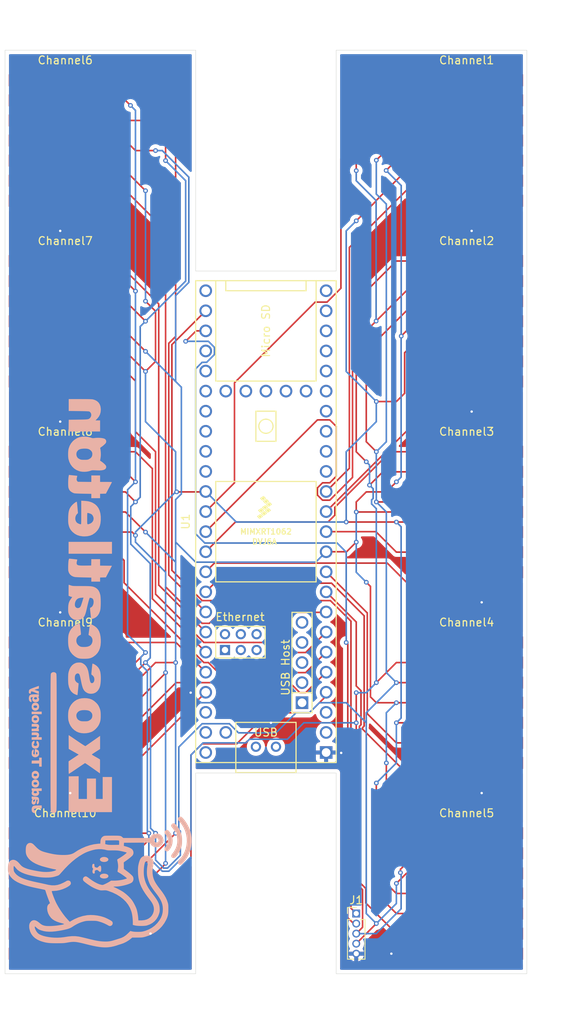
<source format=kicad_pcb>
(kicad_pcb (version 20240108) (generator "pcbnew") (generator_version "8.0")
  (layers (0 "F.Cu" signal) (31 "B.Cu" signal) (34 "B.Paste" user) (35 "F.Paste" user) (36 "B.SilkS" user "B.Silkscreen") (37 "F.SilkS" user "F.Silkscreen") (38 "B.Mask" user) (39 "F.Mask" user) (44 "Edge.Cuts" user))
  (net 0 "")
  (net 1 "Vdd")
  (net 2 "OUT 1")
  (net 3 "CS 1")
  (net 4 "CKL")
  (net 5 "GND")
  (net 6 "SDI")
  (net 7 "Vss")
  (net 8 "OUT 2")
  (net 9 "CS 2")
  (net 10 "CS 3")
  (net 11 "OUT 3")
  (net 12 "CS 5")
  (net 13 "OUT 5")
  (net 14 "OUT 6")
  (net 15 "CS 6")
  (net 16 "OUT 7")
  (net 17 "CS 7")
  (net 18 "OUT 8")
  (net 19 "CS 8")
  (net 20 "OUT 9")
  (net 21 "CS 9")
  (net 22 "OUT 10")
  (net 23 "CS 10")
  (net 24 "GPIO15_RXD0")
  (net 25 "GPIO14_TXD0")
  (net 33 "CS 4")
  (net 36 "OUT 4")
  (footprint "Connector_PinHeader_1.00mm:GoldFingers_1x07_P2.50mm" (layer "F.Cu") (at 99.695 85.09)
    (property "Reference" "Channel7")
    (property "Value" "Conn_01x07_Pin" (hide yes))
  )
  (footprint "Connector_PinHeader_1.27mm:PinHeader_1x05_P1.27mm_Vertical" (layer "F.Cu") (at 136.525 160.02)
    (property "Reference" "J1")
    (property "Value" "Conn_01x05_Pin" (hide yes))
  )
  (footprint "Connector_PinHeader_1.00mm:GoldFingers_1x07_P2.50mm" (layer "F.Cu") (at 99.695 133.35)
    (property "Reference" "Channel9")
    (property "Value" "Conn_01x07_Pin" (hide yes))
  )
  (footprint "Connector_PinHeader_1.00mm:GoldFingers_1x07_P2.50mm" (layer "F.Cu") (at 150.495 62.23)
    (property "Reference" "Channel1")
    (property "Value" "Conn_01x07_Pin" (hide yes))
  )
  (footprint "Connector_PinHeader_1.00mm:GoldFingers_1x07_P2.50mm" (layer "F.Cu") (at 150.495 157.48)
    (property "Reference" "Channel5")
    (property "Value" "Conn_01x07_Pin" (hide yes))
  )
  (footprint "Connector_PinHeader_1.00mm:GoldFingers_1x07_P2.50mm" (layer "F.Cu") (at 99.695 157.48)
    (property "Reference" "Channel10")
    (property "Value" "Conn_01x07_Pin" (hide yes))
  )
  (footprint "Connector_PinHeader_1.00mm:GoldFingers_1x07_P2.50mm" (layer "F.Cu") (at 99.695 62.23)
    (property "Reference" "Channel6")
    (property "Value" "Conn_01x07_Pin" (hide yes))
  )
  (footprint "Connector_PinHeader_1.00mm:GoldFingers_1x07_P2.50mm" (layer "F.Cu") (at 150.495 85.09)
    (property "Reference" "Channel2")
    (property "Value" "Conn_01x07_Pin" (hide yes))
  )
  (footprint "Connector_PinHeader_1.00mm:GoldFingers_1x07_P2.50mm" (layer "F.Cu") (at 99.695 109.22)
    (property "Reference" "Channel8")
    (property "Value" "Conn_01x07_Pin" (hide yes))
  )
  (footprint "Connector_PinHeader_1.00mm:GoldFingers_1x07_P2.50mm" (layer "F.Cu") (at 150.495 133.35)
    (property "Reference" "Channel4")
    (property "Value" "Conn_01x07_Pin" (hide yes))
  )
  (footprint "Teensy 4.1:Teensy41" (layer "F.Cu") (at 125.095 110.4392 90)
    (property "Reference" "U1")
    (property "Value" "Teensy4.1")
  )
  (footprint "Connector_PinHeader_1.00mm:GoldFingers_1x07_P2.50mm" (layer "F.Cu") (at 150.495 109.22)
    (property "Reference" "Channel3")
    (property "Value" "Conn_01x07_Pin" (hide yes))
  )
  (footprint "logo:logo_HorizontalText" (layer "B.Cu") (at 104.14 129.54 90)
    (property "Reference" "G***" (hide yes))
    (property "Value" "LOGO" (hide yes))
  )
  (gr_poly (pts (xy 133.985 142.24) (xy 133.985 167.64) (xy 158.115 167.64) (xy 158.115 50.8) (xy 133.985 50.8) (xy 133.985 78.74) (xy 116.205 78.74) (xy 116.205 50.8) (xy 92.075 50.8) (xy 92.075 167.64) (xy 116.205 167.64) (xy 116.205 142.24)) (stroke (width 0.05)) (fill none) (layer "Edge.Cuts"))
  (segment (start 149.225 107.95) (end 150.495 106.68) (width 0.2) (layer "F.Cu") (net 1))
  (segment (start 139.065 161.29) (end 136.525 163.83) (width 0.2) (layer "F.Cu") (net 1))
  (segment (start 142.875 154.94) (end 150.495 154.94) (width 0.2) (layer "F.Cu") (net 1))
  (segment (start 144.095 82.55) (end 150.495 82.55) (width 0.2) (layer "F.Cu") (net 1))
  (segment (start 137.795 88.85) (end 144.095 82.55) (width 0.2) (layer "F.Cu") (net 1))
  (segment (start 144.095 59.69) (end 150.495 59.69) (width 0.2) (layer "F.Cu") (net 1))
  (segment (start 106.045 154.94) (end 111.125 149.86) (width 0.2) (layer "F.Cu") (net 1))
  (segment (start 99.695 130.81) (end 107.315 130.81) (width 0.2) (layer "F.Cu") (net 1))
  (segment (start 112.395 64.77) (end 112.395 62.23) (width 0.2) (layer "F.Cu") (net 1))
  (segment (start 139.065 101.6) (end 137.795 100.33) (width 0.2) (layer "F.Cu") (net 1))
  (segment (start 109.855 59.69) (end 99.695 59.69) (width 0.2) (layer "F.Cu") (net 1))
  (segment (start 107.315 130.81) (end 109.855 128.27) (width 0.2) (layer "F.Cu") (net 1))
  (segment (start 139.065 64.72) (end 144.095 59.69) (width 0.2) (layer "F.Cu") (net 1))
  (segment (start 107.315 106.68) (end 99.695 106.68) (width 0.2) (layer "F.Cu") (net 1))
  (segment (start 137.795 100.33) (end 137.795 88.85) (width 0.2) (layer "F.Cu") (net 1))
  (segment (start 99.695 82.55) (end 107.315 82.55) (width 0.2) (layer "F.Cu") (net 1))
  (segment (start 139.065 107.95) (end 149.225 107.95) (width 0.2) (layer "F.Cu") (net 1))
  (segment (start 108.585 107.95) (end 107.315 106.68) (width 0.2) (layer "F.Cu") (net 1))
  (segment (start 141.605 130.81) (end 150.495 130.81) (width 0.2) (layer "F.Cu") (net 1))
  (segment (start 107.315 82.55) (end 109.855 85.09) (width 0.2) (layer "F.Cu") (net 1))
  (segment (start 112.395 62.23) (end 109.855 59.69) (width 0.2) (layer "F.Cu") (net 1))
  (segment (start 141.605 156.21) (end 142.875 154.94) (width 0.2) (layer "F.Cu") (net 1))
  (segment (start 99.695 154.94) (end 106.045 154.94) (width 0.2) (layer "F.Cu") (net 1))
  (via (at 111.125 149.86) (size 0.6) (drill 0.3) (layers "F.Cu" "B.Cu") (net 1))
  (via (at 141.605 130.81) (size 0.6) (drill 0.3) (layers "F.Cu" "B.Cu") (net 1))
  (via (at 139.065 101.6) (size 0.6) (drill 0.3) (layers "F.Cu" "B.Cu") (net 1))
  (via (at 112.395 64.77) (size 0.6) (drill 0.3) (layers "F.Cu" "B.Cu") (net 1))
  (via (at 141.605 156.21) (size 0.6) (drill 0.3) (layers "F.Cu" "B.Cu") (net 1))
  (via (at 139.065 161.29) (size 0.6) (drill 0.3) (layers "F.Cu" "B.Cu") (net 1))
  (via (at 109.855 85.09) (size 0.6) (drill 0.3) (layers "F.Cu" "B.Cu") (net 1))
  (via (at 108.585 107.95) (size 0.6) (drill 0.3) (layers "F.Cu" "B.Cu") (net 1))
  (via (at 109.855 128.27) (size 0.6) (drill 0.3) (layers "F.Cu" "B.Cu") (net 1))
  (via (at 139.065 107.95) (size 0.6) (drill 0.3) (layers "F.Cu" "B.Cu") (net 1))
  (via (at 139.065 64.72) (size 0.6) (drill 0.3) (layers "F.Cu" "B.Cu") (net 1))
  (segment (start 109.185 85.76) (end 109.855 85.09) (width 0.2) (layer "B.Cu") (net 1))
  (segment (start 139.065 161.29) (end 137.795 160.02) (width 0.2) (layer "B.Cu") (net 1))
  (segment (start 117.019365 136.0092) (end 114.065 138.963565) (width 0.2) (layer "B.Cu") (net 1))
  (segment (start 112.643529 154.27) (end 112.146471 154.27) (width 0.2) (layer "B.Cu") (net 1))
  (segment (start 107.985 108.55) (end 107.985 113.278529) (width 0.2) (layer "B.Cu") (net 1))
  (segment (start 108.585 107.95) (end 107.985 108.55) (width 0.2) (layer "B.Cu") (net 1))
  (segment (start 107.985 113.278529) (end 110.455 115.748529) (width 0.2) (layer "B.Cu") (net 1))
  (segment (start 109.185 107.35) (end 109.185 85.76) (width 0.2) (layer "B.Cu") (net 1))
  (segment (start 140.335 109.22) (end 139.065 107.95) (width 0.2) (layer "B.Cu") (net 1))
  (segment (start 137.795 160.02) (end 137.795 135.89) (width 0.2) (layer "B.Cu") (net 1))
  (segment (start 131.8642 133.35) (end 130.5942 134.62) (width 0.2) (layer "B.Cu") (net 1))
  (segment (start 130.5942 134.62) (end 128.905 134.62) (width 0.2) (layer "B.Cu") (net 1))
  (segment (start 128.905 134.62) (end 126.365 137.16) (width 0.2) (layer "B.Cu") (net 1))
  (segment (start 110.49 147.72) (end 110.49 128.905) (width 0.2) (layer "B.Cu") (net 1))
  (segment (start 114.265 152.648529) (end 112.643529 154.27) (width 0.2) (layer "B.Cu") (net 1))
  (segment (start 110.455 127.67) (end 109.855 128.27) (width 0.2) (layer "B.Cu") (net 1))
  (segment (start 141.605 156.21) (end 141.605 158.75) (width 0.2) (layer "B.Cu") (net 1))
  (segment (start 110.49 149.225) (end 110.49 147.72) (width 0.2) (layer "B.Cu") (net 1))
  (segment (start 137.795 134.62) (end 137.795 135.89) (width 0.2) (layer "B.Cu") (net 1))
  (segment (start 111.125 153.248529) (end 111.125 149.86) (width 0.2) (layer "B.Cu") (net 1))
  (segment (start 114.265 149.611471) (end 114.265 152.648529) (width 0.2) (layer "B.Cu") (net 1))
  (segment (start 111.125 149.86) (end 110.49 149.225) (width 0.2) (layer "B.Cu") (net 1))
  (segment (start 114.065 138.963565) (end 114.065 149.411471) (width 0.2) (layer "B.Cu") (net 1))
  (segment (start 137.795 135.89) (end 135.255 133.35) (width 0.2) (layer "B.Cu") (net 1))
  (segment (start 140.335 100.33) (end 139.065 101.6) (width 0.2) (layer "B.Cu") (net 1))
  (segment (start 126.365 137.16) (end 121.621435 137.16) (width 0.2) (layer "B.Cu") (net 1))
  (segment (start 139.065 107.95) (end 139.065 101.6) (width 0.2) (layer "B.Cu") (net 1))
  (segment (start 139.065 69.001471) (end 140.335 70.271471) (width 0.2) (layer "B.Cu") (net 1))
  (segment (start 135.255 133.35) (end 131.8642 133.35) (width 0.2) (layer "B.Cu") (net 1))
  (segment (start 139.065 64.72) (end 139.065 69.001471) (width 0.2) (layer "B.Cu") (net 1))
  (segment (start 120.470635 136.0092) (end 117.019365 136.0092) (width 0.2) (layer "B.Cu") (net 1))
  (segment (start 114.935 80.01) (end 109.855 85.09) (width 0.2) (layer "B.Cu") (net 1))
  (segment (start 141.605 130.81) (end 137.795 134.62) (width 0.2) (layer "B.Cu") (net 1))
  (segment (start 112.146471 154.27) (end 111.125 153.248529) (width 0.2) (layer "B.Cu") (net 1))
  (segment (start 112.395 64.77) (end 114.935 67.31) (width 0.2) (layer "B.Cu") (net 1))
  (segment (start 141.605 130.81) (end 140.335 129.54) (width 0.2) (layer "B.Cu") (net 1))
  (segment (start 141.605 158.75) (end 139.065 161.29) (width 0.2) (layer "B.Cu") (net 1))
  (segment (start 108.585 107.95) (end 109.185 107.35) (width 0.2) (layer "B.Cu") (net 1))
  (segment (start 140.335 70.271471) (end 140.335 100.33) (width 0.2) (layer "B.Cu") (net 1))
  (segment (start 114.935 67.31) (end 114.935 80.01) (width 0.2) (layer "B.Cu") (net 1))
  (segment (start 114.065 149.411471) (end 114.265 149.611471) (width 0.2) (layer "B.Cu") (net 1))
  (segment (start 140.335 129.54) (end 140.335 109.22) (width 0.2) (layer "B.Cu") (net 1))
  (segment (start 110.455 115.748529) (end 110.455 127.67) (width 0.2) (layer "B.Cu") (net 1))
  (segment (start 110.49 128.905) (end 109.855 128.27) (width 0.2) (layer "B.Cu") (net 1))
  (segment (start 121.621435 137.16) (end 120.470635 136.0092) (width 0.2) (layer "B.Cu") (net 1))
  (segment (start 134.585 64.56) (end 134.585 80.914835) (width 0.2) (layer "F.Cu") (net 2))
  (segment (start 150.495 54.61) (end 144.535 54.61) (width 0.2) (layer "F.Cu") (net 2))
  (segment (start 144.535 54.61) (end 134.585 64.56) (width 0.2) (layer "F.Cu") (net 2))
  (segment (start 134.585 80.914835) (end 132.830635 82.6692) (width 0.2) (layer "F.Cu") (net 2))
  (segment (start 132.830635 82.6692) (end 131.3258 82.6692) (width 0.2) (layer "F.Cu") (net 2))
  (segment (start 121.115 105.5292) (end 117.475 109.1692) (width 0.2) (layer "F.Cu") (net 2))
  (segment (start 131.3258 82.6692) (end 121.115 92.88) (width 0.2) (layer "F.Cu") (net 2))
  (segment (start 121.115 92.88) (end 121.115 105.5292) (width 0.2) (layer "F.Cu") (net 2))
  (segment (start 135.655 75.75) (end 135.655 103.6892) (width 0.2) (layer "F.Cu") (net 3))
  (segment (start 150.495 67.31) (end 144.095 67.31) (width 0.2) (layer "F.Cu") (net 3))
  (segment (start 144.095 67.31) (end 135.655 75.75) (width 0.2) (layer "F.Cu") (net 3))
  (segment (start 135.655 103.6892) (end 132.715 106.6292) (width 0.2) (layer "F.Cu") (net 3))
  (segment (start 106.095 160.02) (end 112.395 153.72) (width 0.2) (layer "F.Cu") (net 4))
  (segment (start 106.095 135.89) (end 99.695 135.89) (width 0.2) (layer "F.Cu") (net 4))
  (segment (start 144.095 87.63) (end 150.495 87.63) (width 0.2) (layer "F.Cu") (net 4))
  (segment (start 141.605 135.89) (end 150.495 135.89) (width 0.2) (layer "F.Cu") (net 4))
  (segment (start 142.645 94.21) (end 142.645 89.08) (width 0.2) (layer "F.Cu") (net 4))
  (segment (start 112.395 129.54) (end 112.395 129.59) (width 0.2) (layer "F.Cu") (net 4))
  (segment (start 142.645 89.08) (end 144.095 87.63) (width 0.2) (layer "F.Cu") (net 4))
  (segment (start 99.695 160.02) (end 106.095 160.02) (width 0.2) (layer "F.Cu") (net 4))
  (segment (start 136.525 72.39) (end 139.015 69.9) (width 0.2) (layer "F.Cu") (net 4))
  (segment (start 117.4242 106.68) (end 117.475 106.6292) (width 0.2) (layer "F.Cu") (net 4))
  (segment (start 141.605 160.02) (end 150.495 160.02) (width 0.2) (layer "F.Cu") (net 4))
  (segment (start 108.585 112.181471) (end 108.163529 111.76) (width 0.2) (layer "F.Cu") (net 4))
  (segment (start 113.795 106.68) (end 117.4242 106.68) (width 0.2) (layer "F.Cu") (net 4))
  (segment (start 139.065 143.51) (end 139.065 157.48) (width 0.2) (layer "F.Cu") (net 4))
  (segment (start 139.065 95.25) (end 141.605 95.25) (width 0.2) (layer "F.Cu") (net 4))
  (segment (start 139.065 157.48) (end 141.605 160.02) (width 0.2) (layer "F.Cu") (net 4))
  (segment (start 99.695 64.77) (end 106.045 64.77) (width 0.2) (layer "F.Cu") (net 4))
  (segment (start 108.163529 111.76) (end 99.695 111.76) (width 0.2) (layer "F.Cu") (net 4))
  (segment (start 139.015 69.85) (end 144.095 64.77) (width 0.2) (layer "F.Cu") (net 4))
  (segment (start 150.495 111.76) (end 149.225 110.49) (width 0.2) (layer "F.Cu") (net 4))
  (segment (start 109.855 91.44) (end 111.125 90.17) (width 0.2) (layer "F.Cu") (net 4))
  (segment (start 112.395 129.59) (end 106.095 135.89) (width 0.2) (layer "F.Cu") (net 4))
  (segment (start 106.045 87.63) (end 99.695 87.63) (width 0.2) (layer "F.Cu") (net 4))
  (segment (start 139.015 69.9) (end 139.015 69.85) (width 0.2) (layer "F.Cu") (net 4))
  (segment (start 106.045 64.77) (end 109.855 68.58) (width 0.2) (layer "F.Cu") (net 4))
  (segment (start 111.125 83.82) (end 109.855 82.55) (width 0.2) (layer "F.Cu") (net 4))
  (segment (start 149.225 110.49) (end 135.255 110.49) (width 0.2) (layer "F.Cu") (net 4))
  (segment (start 141.605 95.25) (end 142.645 94.21) (width 0.2) (layer "F.Cu") (net 4))
  (segment (start 112.395 153.72) (end 112.395 153.67) (width 0.2) (layer "F.Cu") (net 4))
  (segment (start 111.125 90.17) (end 111.125 83.82) (width 0.2) (layer "F.Cu") (net 4))
  (segment (start 109.855 91.44) (end 106.045 87.63) (width 0.2) (layer "F.Cu") (net 4))
  (segment (start 144.095 64.77) (end 150.495 64.77) (width 0.2) (layer "F.Cu") (net 4))
  (via (at 139.065 95.25) (size 0.6) (drill 0.3) (layers "F.Cu" "B.Cu") (net 4))
  (via (at 139.065 143.51) (size 0.6) (drill 0.3) (layers "F.Cu" "B.Cu") (net 4))
  (via (at 135.255 110.49) (size 0.6) (drill 0.3) (layers "F.Cu" "B.Cu") (net 4))
  (via (at 112.395 153.67) (size 0.6) (drill 0.3) (layers "F.Cu" "B.Cu") (net 4))
  (via (at 141.605 135.89) (size 0.6) (drill 0.3) (layers "F.Cu" "B.Cu") (net 4))
  (via (at 141.605 110.49) (size 0.6) (drill 0.3) (layers "F.Cu" "B.Cu") (net 4))
  (via (at 109.855 82.55) (size 0.6) (drill 0.3) (layers "F.Cu" "B.Cu") (net 4))
  (via (at 136.525 72.39) (size 0.6) (drill 0.3) (layers "F.Cu" "B.Cu") (net 4))
  (via (at 113.795 106.68) (size 0.6) (drill 0.3) (layers "F.Cu" "B.Cu") (net 4))
  (via (at 112.395 129.54) (size 0.6) (drill 0.3) (layers "F.Cu" "B.Cu") (net 4))
  (via (at 108.585 112.181471) (size 0.6) (drill 0.3) (layers "F.Cu" "B.Cu") (net 4))
  (via (at 109.855 91.44) (size 0.6) (drill 0.3) (layers "F.Cu" "B.Cu") (net 4))
  (via (at 109.855 68.58) (size 0.6) (drill 0.3) (layers "F.Cu" "B.Cu") (net 4))
  (segment (start 113.665 101.6) (end 109.855 97.79) (width 0.2) (layer "B.Cu") (net 4))
  (segment (start 135.255 101.6) (end 135.255 110.49) (width 0.2) (layer "B.Cu") (net 4))
  (segment (start 113.665 106.55) (end 113.665 101.6) (width 0.2) (layer "B.Cu") (net 4))
  (segment (start 142.205 111.09) (end 141.605 110.49) (width 0.2) (layer "B.Cu") (net 4))
  (segment (start 139.065 95.25) (end 139.065 97.79) (width 0.2) (layer "B.Cu") (net 4))
  (segment (start 121.3358 110.49) (end 117.475 106.6292) (width 0.2) (layer "B.Cu") (net 4))
  (segment (start 135.255 91.44) (end 135.255 73.66) (width 0.2) (layer "B.Cu") (net 4))
  (segment (start 109.855 82.55) (end 109.855 68.58) (width 0.2) (layer "B.Cu") (net 4))
  (segment (start 108.585 112.181471) (end 108.585 113.03) (width 0.2) (layer "B.Cu") (net 4))
  (segment (start 141.605 140.97) (end 141.605 135.89) (width 0.2) (layer "B.Cu") (net 4))
  (segment (start 139.065 143.51) (end 141.605 140.97) (width 0.2) (layer "B.Cu") (net 4))
  (segment (start 135.255 73.66) (end 136.525 72.39) (width 0.2) (layer "B.Cu") (net 4))
  (segment (start 139.065 95.25) (end 135.255 91.44) (width 0.2) (layer "B.Cu") (net 4))
  (segment (start 112.395 116.84) (end 112.395 129.54) (width 0.2) (layer "B.Cu") (net 4))
  (segment (start 113.795 106.68) (end 113.665 106.68) (width 0.2) (layer "B.Cu") (net 4))
  (segment (start 142.205 135.29) (end 142.205 111.09) (width 0.2) (layer "B.Cu") (net 4))
  (segment (start 139.065 97.79) (end 135.255 101.6) (width 0.2) (layer "B.Cu") (net 4))
  (segment (start 112.395 129.54) (end 112.395 153.67) (width 0.2) (layer "B.Cu") (net 4))
  (segment (start 135.255 110.49) (end 121.3358 110.49) (width 0.2) (layer "B.Cu") (net 4))
  (segment (start 109.855 97.79) (end 109.855 91.44) (width 0.2) (layer "B.Cu") (net 4))
  (segment (start 108.585 111.76) (end 108.585 112.181471) (width 0.2) (layer "B.Cu") (net 4))
  (segment (start 108.585 113.03) (end 112.395 116.84) (width 0.2) (layer "B.Cu") (net 4))
  (segment (start 113.795 106.68) (end 113.665 106.55) (width 0.2) (layer "B.Cu") (net 4))
  (segment (start 141.605 135.89) (end 142.205 135.29) (width 0.2) (layer "B.Cu") (net 4))
  (segment (start 113.665 106.68) (end 108.585 111.76) (width 0.2) (layer "B.Cu") (net 4))
  (segment (start 150.495 92.71) (end 150.495 95.885) (width 0.2) (layer "F.Cu") (net 5))
  (segment (start 150.495 142.875) (end 152.4 144.78) (width 0.2) (layer "F.Cu") (net 5))
  (segment (start 99.695 165.1) (end 107.95 165.1) (width 0.2) (layer "F.Cu") (net 5))
  (segment (start 150.495 73.025) (end 151.13 73.66) (width 0.2) (layer "F.Cu") (net 5))
  (segment (start 100.33 144.78) (end 100.33 143.51) (width 0.2) (layer "F.Cu") (net 5))
  (segment (start 134.5692 139.6492) (end 134.62 139.7) (width 0.2) (layer "F.Cu") (net 5))
  (segment (start 100.33 143.51) (end 99.695 142.875) (width 0.2) (layer "F.Cu") (net 5))
  (segment (start 99.06 97.79) (end 99.695 97.155) (width 0.2) (layer "F.Cu") (net 5))
  (segment (start 150.495 69.85) (end 150.495 73.025) (width 0.2) (layer "F.Cu") (net 5))
  (segment (start 150.495 116.84) (end 150.495 118.745) (width 0.2) (layer "F.Cu") (net 5))
  (segment (start 99.695 121.285) (end 99.695 116.84) (width 0.2) (layer "F.Cu") (net 5))
  (segment (start 99.695 69.85) (end 99.695 73.025) (width 0.2) (layer "F.Cu") (net 5))
  (segment (start 129.4892 139.6492) (end 132.715 139.6492) (width 0.2) (layer "F.Cu") (net 5))
  (segment (start 125.73 135.89) (end 129.4892 139.6492) (width 0.2) (layer "F.Cu") (net 5))
  (segment (start 99.695 73.025) (end 99.06 73.66) (width 0.2) (layer "F.Cu") (net 5))
  (segment (start 150.495 165.1) (end 140.97 165.1) (width 0.2) (layer "F.Cu") (net 5))
  (segment (start 150.495 118.745) (end 152.4 120.65) (width 0.2) (layer "F.Cu") (net 5))
  (segment (start 99.695 142.875) (end 99.695 140.97) (width 0.2) (layer "F.Cu") (net 5))
  (segment (start 150.495 95.885) (end 151.13 96.52) (width 0.2) (layer "F.Cu") (net 5))
  (segment (start 132.715 139.6492) (end 134.5692 139.6492) (width 0.2) (layer "F.Cu") (net 5))
  (segment (start 150.495 140.97) (end 150.495 142.875) (width 0.2) (layer "F.Cu") (net 5))
  (segment (start 99.695 140.97) (end 106.095 140.97) (width 0.2) (layer "F.Cu") (net 5))
  (segment (start 99.06 121.92) (end 99.695 121.285) (width 0.2) (layer "F.Cu") (net 5))
  (segment (start 106.095 140.97) (end 114.985 132.08) (width 0.2) (layer "F.Cu") (net 5))
  (segment (start 114.985 132.08) (end 115.57 132.08) (width 0.2) (layer "F.Cu") (net 5))
  (segment (start 99.695 97.155) (end 99.695 92.71) (width 0.2) (layer "F.Cu") (net 5))
  (segment (start 107.95 165.1) (end 110.49 162.56) (width 0.2) (layer "F.Cu") (net 5))
  (via (at 115.57 132.08) (size 0.6) (drill 0.3) (layers "F.Cu" "B.Cu") (net 5))
  (via (at 110.49 162.56) (size 0.6) (drill 0.3) (layers "F.Cu" "B.Cu") (net 5))
  (via (at 152.4 144.78) (size 0.6) (drill 0.3) (layers "F.Cu" "B.Cu") (net 5))
  (via (at 99.06 121.92) (size 0.6) (drill 0.3) (layers "F.Cu" "B.Cu") (net 5))
  (via (at 125.73 135.89) (size 0.6) (drill 0.3) (layers "F.Cu" "B.Cu") (net 5))
  (via (at 99.06 97.79) (size 0.6) (drill 0.3) (layers "F.Cu" "B.Cu") (net 5))
  (via (at 100.33 144.78) (size 0.6) (drill 0.3) (layers "F.Cu" "B.Cu") (net 5))
  (via (at 134.62 139.7) (size 0.6) (drill 0.3) (layers "F.Cu" "B.Cu") (net 5))
  (via (at 152.4 120.65) (size 0.6) (drill 0.3) (layers "F.Cu" "B.Cu") (net 5))
  (via (at 99.06 73.66) (size 0.6) (drill 0.3) (layers "F.Cu" "B.Cu") (net 5))
  (via (at 151.13 73.66) (size 0.6) (drill 0.3) (layers "F.Cu" "B.Cu") (net 5))
  (via (at 140.97 165.1) (size 0.6) (drill 0.3) (layers "F.Cu" "B.Cu") (net 5))
  (via (at 151.13 96.52) (size 0.6) (drill 0.3) (layers "F.Cu" "B.Cu") (net 5))
  (segment (start 99.06 121.92) (end 99.06 97.79) (width 0.2) (layer "B.Cu") (net 5))
  (segment (start 123.19 133.35) (end 125.73 135.89) (width 0.2) (layer "B.Cu") (net 5))
  (segment (start 116.84 133.35) (end 123.19 133.35) (width 0.2) (layer "B.Cu") (net 5))
  (segment (start 101.5251 144.78) (end 110.49 153.7449) (width 0.2) (layer "B.Cu") (net 5))
  (segment (start 115.57 132.08) (end 116.84 133.35) (width 0.2) (layer "B.Cu") (net 5))
  (segment (start 100.33 123.19) (end 99.06 121.92) (width 0.2) (layer "B.Cu") (net 5))
  (segment (start 110.49 153.7449) (end 110.49 162.56) (width 0.2) (layer "B.Cu") (net 5))
  (segment (start 99.06 97.79) (end 99.06 73.66) (width 0.2) (layer "B.Cu") (net 5))
  (segment (start 100.33 144.78) (end 100.33 123.19) (width 0.2) (layer "B.Cu") (net 5))
  (segment (start 100.33 144.78) (end 101.5251 144.78) (width 0.2) (layer "B.Cu") (net 5))
  (segment (start 144.095 85.09) (end 150.495 85.09) (width 0.2) (layer "F.Cu") (net 6))
  (segment (start 142.215 86.97) (end 144.095 85.09) (width 0.2) (layer "F.Cu") (net 6))
  (segment (start 107.315 62.23) (end 99.695 62.23) (width 0.2) (layer "F.Cu") (net 6))
  (segment (start 150.495 157.48) (end 141.5925 157.48) (width 0.2) (layer "F.Cu") (net 6))
  (segment (start 140.335 156.2225) (end 140.335 140.97) (width 0.2) (layer "F.Cu") (net 6))
  (segment (start 141.605 133.35) (end 139.065 133.35) (width 0.2) (layer "F.Cu") (net 6))
  (segment (start 136.525 113.03) (end 135.3058 114.2492) (width 0.2) (layer "F.Cu") (net 6))
  (segment (start 135.3058 114.2492) (end 132.715 114.2492) (width 0.2) (layer "F.Cu") (net 6))
  (segment (start 140.31 66.015) (end 144.095 62.23) (width 0.2) (layer "F.Cu") (net 6))
  (segment (start 137.795 106.68) (end 136.525 107.95) (width 0.2) (layer "F.Cu") (net 6))
  (segment (start 106.045 133.35) (end 99.695 133.35) (width 0.2) (layer "F.Cu") (net 6))
  (segment (start 141.605 105.41) (end 140.335 106.68) (width 0.2) (layer "F.Cu") (net 6))
  (segment (start 106.045 85.09) (end 109.855 88.9) (width 0.2) (layer "F.Cu") (net 6))
  (segment (start 141.605 133.35) (end 150.495 133.35) (width 0.2) (layer "F.Cu") (net 6))
  (segment (start 109.855 111.76) (end 107.315 109.22) (width 0.2) (layer "F.Cu") (net 6))
  (segment (start 111.125 63.5) (end 108.585 63.5) (width 0.2) (layer "F.Cu") (net 6))
  (segment (start 108.585 63.5) (end 107.315 62.23) (width 0.2) (layer "F.Cu") (net 6))
  (segment (start 111.125 128.27) (end 106.045 133.35) (width 0.2) (layer "F.Cu") (net 6))
  (segment (start 107.315 109.22) (end 99.695 109.22) (width 0.2) (layer "F.Cu") (net 6))
  (segment (start 136.525 107.95) (end 136.525 109.22) (width 0.2) (layer "F.Cu") (net 6))
  (segment (start 113.665 128.27) (end 111.125 128.27) (width 0.2) (layer "F.Cu") (net 6))
  (segment (start 99.695 85.09) (end 106.045 85.09) (width 0.2) (layer "F.Cu") (net 6))
  (segment (start 140.335 106.68) (end 137.795 106.68) (width 0.2) (layer "F.Cu") (net 6))
  (segment (start 139.065 133.35) (end 138.325 132.61) (width 0.2) (layer "F.Cu") (net 6))
  (segment (start 99.695 157.48) (end 106.045 157.48) (width 0.2) (layer "F.Cu") (net 6))
  (segment (start 144.095 62.23) (end 150.495 62.23) (width 0.2) (layer "F.Cu") (net 6))
  (segment (start 141.5925 157.48) (end 140.335 156.2225) (width 0.2) (layer "F.Cu") (net 6))
  (segment (start 138.325 132.61) (end 138.325 118.64) (width 0.2) (layer "F.Cu") (net 6))
  (segment (start 106.045 157.48) (end 113.665 149.86) (width 0.2) (layer "F.Cu") (net 6))
  (segment (start 150.495 109.22) (end 136.525 109.22) (width 0.2) (layer "F.Cu") (net 6))
  (segment (start 138.325 118.64) (end 137.795 118.11) (width 0.2) (layer "F.Cu") (net 6))
  (via (at 140.335 140.97) (size 0.6) (drill 0.3) (layers "F.Cu" "B.Cu") (net 6))
  (via (at 136.525 109.22) (size 0.6) (drill 0.3) (layers "F.Cu" "B.Cu") (net 6))
  (via (at 113.665 128.27) (size 0.6) (drill 0.3) (layers "F.Cu" "B.Cu") (net 6))
  (via (at 136.525 113.03) (size 0.6) (drill 0.3) (layers "F.Cu" "B.Cu") (net 6))
  (via (at 141.605 133.35) (size 0.6) (drill 0.3) (layers "F.Cu" "B.Cu") (net 6))
  (via (at 142.215 86.97) (size 0.6) (drill 0.3) (layers "F.Cu" "B.Cu") (net 6))
  (via (at 140.31 66.015) (size 0.6) (drill 0.3) (layers "F.Cu" "B.Cu") (net 6))
  (via (at 111.125 63.5) (size 0.6) (drill 0.3) (layers "F.Cu" "B.Cu") (net 6))
  (via (at 109.855 88.9) (size 0.6) (drill 0.3) (layers "F.Cu" "B.Cu") (net 6))
  (via (at 137.795 118.11) (size 0.6) (drill 0.3) (layers "F.Cu" "B.Cu") (net 6))
  (via (at 113.665 149.86) (size 0.6) (drill 0.3) (layers "F.Cu" "B.Cu") (net 6))
  (via (at 109.855 111.76) (size 0.6) (drill 0.3) (layers "F.Cu" "B.Cu") (net 6))
  (via (at 141.605 105.41) (size 0.6) (drill 0.3) (layers "F.Cu" "B.Cu") (net 6))
  (segment (start 113.665 115.57) (end 113.665 107.658529) (width 0.2) (layer "B.Cu") (net 6))
  (segment (start 131.3942 115.57) (end 132.715 114.2492) (width 0.2) (layer "B.Cu") (net 6))
  (segment (start 142.205 104.81) (end 142.205 86.98) (width 0.2) (layer "B.Cu") (net 6))
  (segment (start 109.855 88.9) (end 113.665 92.71) (width 0.2) (layer "B.Cu") (net 6))
  (segment (start 113.665 92.71) (end 113.665 81.845686) (width 0.2) (layer "B.Cu") (net 6))
  (segment (start 115.335 80.175686) (end 115.335 66.861471) (width 0.2) (layer "B.Cu") (net 6))
  (segment (start 142.205 86.98) (end 142.215 86.97) (width 0.2) (layer "B.Cu") (net 6))
  (segment (start 140.335 140.97) (end 140.335 134.62) (width 0.2) (layer "B.Cu") (net 6))
  (segment (start 115.335 66.861471) (end 111.973529 63.5) (width 0.2) (layer "B.Cu") (net 6))
  (segment (start 116.205 115.57) (end 131.3942 115.57) (width 0.2) (layer "B.Cu") (net 6))
  (segment (start 114.395 106.928529) (end 114.395 93.44) (width 0.2) (layer "B.Cu") (net 6))
  (segment (start 113.665 113.03) (end 116.205 115.57) (width 0.2) (layer "B.Cu") (net 6))
  (segment (start 114.395 93.44) (end 113.665 92.71) (width 0.2) (layer "B.Cu") (net 6))
  (segment (start 136.525 116.84) (end 136.525 113.03) (width 0.2) (layer "B.Cu") (net 6))
  (segment (start 141.605 105.41) (end 142.205 104.81) (width 0.2) (layer "B.Cu") (net 6))
  (segment (start 111.973529 63.5) (end 111.125 63.5) (width 0.2) (layer "B.Cu") (net 6))
  (segment (start 109.855 111.76) (end 113.665 115.57) (width 0.2) (layer "B.Cu") (net 6))
  (segment (start 137.795 118.11) (end 136.525 116.84) (width 0.2) (layer "B.Cu") (net 6))
  (segment (start 113.665 81.845686) (end 115.335 80.175686) (width 0.2) (layer "B.Cu") (net 6))
  (segment (start 136.525 109.22) (end 136.525 113.03) (width 0.2) (layer "B.Cu") (net 6))
  (segment (start 113.665 107.658529) (end 114.395 106.928529) (width 0.2) (layer "B.Cu") (net 6))
  (segment (start 113.665 115.57) (end 113.665 128.27) (width 0.2) (layer "B.Cu") (net 6))
  (segment (start 140.335 134.62) (end 141.605 133.35) (width 0.2) (layer "B.Cu") (net 6))
  (segment (start 113.665 128.27) (end 113.665 149.86) (width 0.2) (layer "B.Cu") (net 6))
  (segment (start 142.215 67.92) (end 142.215 86.97) (width 0.2) (layer "B.Cu") (net 6))
  (segment (start 140.31 66.015) (end 142.215 67.92) (width 0.2) (layer "B.Cu") (net 6))
  (segment (start 107.315 57.15) (end 99.695 57.15) (width 0.2) (layer "F.Cu") (net 7))
  (segment (start 136.525 87.58) (end 139.04 85.065) (width 0.2) (layer "F.Cu") (net 7))
  (segment (start 108.585 149.86) (end 106.045 152.4) (width 0.2) (layer "F.Cu") (net 7))
  (segment (start 139.88853 104.14) (end 150.495 104.14) (width 0.2) (layer "F.Cu") (net 7))
  (segment (start 99.695 104.14) (end 107.315 104.14) (width 0.2) (layer "F.Cu") (net 7))
  (segment (start 107.315 80.01) (end 99.695 80.01) (width 0.2) (layer "F.Cu") (net 7))
  (segment (start 106.045 152.4) (end 99.695 152.4) (width 0.2) (layer "F.Cu") (net 7))
  (segment (start 136.525 156.21) (end 137.325 157.01) (width 0.2) (layer "F.Cu") (net 7))
  (segment (start 144.095 80.01) (end 150.495 80.01) (width 0.2) (layer "F.Cu") (net 7))
  (segment (start 141.605 128.27) (end 150.495 128.27) (width 0.2) (layer "F.Cu") (net 7))
  (segment (start 139.04 85.065) (end 144.095 80.01) (width 0.2) (layer "F.Cu") (net 7))
  (segment (start 138.206765 105.821765) (end 139.88853 104.14) (width 0.2) (layer "F.Cu") (net 7))
  (segment (start 108.585 128.27) (end 109.855 127) (width 0.2) (layer "F.Cu") (net 7))
  (segment (start 150.495 57.15) (end 144.095 57.15) (width 0.2) (layer "F.Cu") (net 7))
  (segment (start 137.325 157.01) (end 137.325 161.76) (width 0.2) (layer "F.Cu") (net 7))
  (segment (start 136.525 64.72) (end 136.525 66.04) (width 0.2) (layer "F.Cu") (net 7))
  (segment (start 108.585 81.28) (end 107.315 80.01) (width 0.2) (layer "F.Cu") (net 7))
  (segment (start 139.065 130.81) (end 141.605 128.27) (width 0.2) (layer "F.Cu") (net 7))
  (segment (start 144.095 57.15) (end 136.525 64.72) (width 0.2) (layer "F.Cu") (net 7))
  (segment (start 136.525 132.08) (end 136.525 135.89) (width 0.2) (layer "F.Cu") (net 7))
  (segment (start 142.115735 154.850735) (end 142.115735 154.429265) (width 0.2) (layer "F.Cu") (net 7))
  (segment (start 107.95 57.785) (end 107.315 57.15) (width 0.2) (layer "F.Cu") (net 7))
  (segment (start 136.525 101.6) (end 136.525 87.58) (width 0.2) (layer "F.Cu") (net 7))
  (segment (start 142.115735 154.429265) (end 144.145 152.4) (width 0.2) (layer "F.Cu") (net 7))
  (segment (start 110.276471 149.86) (end 108.585 149.86) (width 0.2) (layer "F.Cu") (net 7))
  (segment (start 107.315 104.14) (end 108.585 105.41) (width 0.2) (layer "F.Cu") (net 7))
  (segment (start 144.145 152.4) (end 150.495 152.4) (width 0.2) (layer "F.Cu") (net 7))
  (segment (start 99.695 128.27) (end 108.585 128.27) (width 0.2) (layer "F.Cu") (net 7))
  (segment (start 136.525 135.89) (end 136.525 156.21) (width 0.2) (layer "F.Cu") (net 7))
  (segment (start 137.325 161.76) (end 136.525 162.56) (width 0.2) (layer "F.Cu") (net 7))
  (segment (start 137.795 102.87) (end 136.525 101.6) (width 0.2) (layer "F.Cu") (net 7))
  (via (at 139.065 130.81) (size 0.6) (drill 0.3) (layers "F.Cu" "B.Cu") (net 7))
  (via (at 109.855 127) (size 0.6) (drill 0.3) (layers "F.Cu" "B.Cu") (net 7))
  (via (at 108.585 105.41) (size 0.6) (drill 0.3) (layers "F.Cu" "B.Cu") (net 7))
  (via (at 139.04 85.065) (size 0.6) (drill 0.3) (layers "F.Cu" "B.Cu") (net 7))
  (via (at 138.206765 105.821765) (size 0.6) (drill 0.3) (layers "F.Cu" "B.Cu") (net 7))
  (via (at 136.525 132.08) (size 0.6) (drill 0.3) (layers "F.Cu" "B.Cu") (net 7))
  (via (at 136.525 135.89) (size 0.6) (drill 0.3) (layers "F.Cu" "B.Cu") (net 7))
  (via (at 142.115735 154.850735) (size 0.6) (drill 0.3) (layers "F.Cu" "B.Cu") (net 7))
  (via (at 136.525 66.04) (size 0.6) (drill 0.3) (layers "F.Cu" "B.Cu") (net 7))
  (via (at 107.95 57.785) (size 0.6) (drill 0.3) (layers "F.Cu" "B.Cu") (net 7))
  (via (at 110.276471 149.86) (size 0.6) (drill 0.3) (layers "F.Cu" "B.Cu") (net 7))
  (via (at 108.585 81.28) (size 0.6) (drill 0.3) (layers "F.Cu" "B.Cu") (net 7))
  (via (at 137.795 102.87) (size 0.6) (drill 0.3) (layers "F.Cu" "B.Cu") (net 7))
  (segment (start 109.255 128.518529) (end 109.255 127.6) (width 0.2) (layer "B.Cu") (net 7))
  (segment (start 115.605 139.963565) (end 117.138565 138.43) (width 0.2) (layer "B.Cu") (net 7))
  (segment (start 138.465 107.701471) (end 138.665 107.501471) (width 0.2) (layer "B.Cu") (net 7))
  (segment (start 138.665 107.501471) (end 138.665 106.28) (width 0.2) (layer "B.Cu") (net 7))
  (segment (start 107.585 124.73) (end 107.585 106.41) (width 0.2) (layer "B.Cu") (net 7))
  (segment (start 108.585 81.28) (end 108.585 105.41) (width 0.2) (layer "B.Cu") (net 7))
  (segment (start 137.795 102.87) (end 138.206765 103.281765) (width 0.2) (layer "B.Cu") (net 7))
  (segment (start 142.115735 154.850735) (end 142.205 154.94) (width 0.2) (layer "B.Cu") (net 7))
  (segment (start 108.585 58.42) (end 107.95 57.785) (width 0.2) (layer "B.Cu") (net 7))
  (segment (start 138.206765 103.281765) (end 138.206765 105.821765) (width 0.2) (layer "B.Cu") (net 7))
  (segment (start 139.065 130.81) (end 137.795 132.08) (width 0.2) (layer "B.Cu") (net 7))
  (segment (start 109.255 127.6) (end 109.855 127) (width 0.2) (layer "B.Cu") (net 7))
  (segment (start 122.555 138.43) (end 123.0158 137.9692) (width 0.2) (layer "B.Cu") (net 7))
  (segment (start 129.889885 135.89) (end 136.525 135.89) (width 0.2) (layer "B.Cu") (net 7))
  (segment (start 127.810685 137.9692) (end 129.889885 135.89) (width 0.2) (layer "B.Cu") (net 7))
  (segment (start 136.525 67.31) (end 139.04 69.825) (width 0.2) (layer "B.Cu") (net 7))
  (segment (start 136.525 66.04) (end 136.525 67.31) (width 0.2) (layer "B.Cu") (net 7))
  (segment (start 110.09 149.673529) (end 110.09 129.353529) (width 0.2) (layer "B.Cu") (net 7))
  (segment (start 142.205 159.42) (end 139.065 162.56) (width 0.2) (layer "B.Cu") (net 7))
  (segment (start 139.065 162.56) (end 136.525 162.56) (width 0.2) (layer "B.Cu") (net 7))
  (segment (start 112.809215 154.67) (end 115.605 151.874215) (width 0.2) (layer "B.Cu") (net 7))
  (segment (start 110.276471 149.86) (end 110.09 149.673529) (width 0.2) (layer "B.Cu") (net 7))
  (segment (start 142.205 154.94) (end 142.205 159.42) (width 0.2) (layer "B.Cu") (net 7))
  (segment (start 110.276471 152.965686) (end 111.980785 154.67) (width 0.2) (layer "B.Cu") (net 7))
  (segment (start 139.065 130.81) (end 139.065 108.798529) (width 0.2) (layer "B.Cu") (net 7))
  (segment (start 139.065 108.798529) (end 138.465 108.198529) (width 0.2) (layer "B.Cu") (net 7))
  (segment (start 109.855 127) (end 107.585 124.73) (width 0.2) (layer "B.Cu") (net 7))
  (segment (start 138.665 106.28) (end 138.206765 105.821765) (width 0.2) (layer "B.Cu") (net 7))
  (segment (start 137.795 132.08) (end 136.525 132.08) (width 0.2) (layer "B.Cu") (net 7))
  (segment (start 123.0158 137.9692) (end 127.810685 137.9692) (width 0.2) (layer "B.Cu") (net 7))
  (segment (start 117.138565 138.43) (end 122.555 138.43) (width 0.2) (layer "B.Cu") (net 7))
  (segment (start 110.276471 149.86) (end 110.276471 152.965686) (width 0.2) (layer "B.Cu") (net 7))
  (segment (start 115.605 151.874215) (end 115.605 139.963565) (width 0.2) (layer "B.Cu") (net 7))
  (segment (start 110.09 129.353529) (end 109.255 128.518529) (width 0.2) (layer "B.Cu") (net 7))
  (segment (start 107.585 106.41) (end 108.585 105.41) (width 0.2) (layer "B.Cu") (net 7))
  (segment (start 108.585 81.28) (end 108.585 58.42) (width 0.2) (layer "B.Cu") (net 7))
  (segment (start 138.465 108.198529) (end 138.465 107.701471) (width 0.2) (layer "B.Cu") (net 7))
  (segment (start 111.980785 154.67) (end 112.809215 154.67) (width 0.2) (layer "B.Cu") (net 7))
  (segment (start 139.04 69.825) (end 139.04 85.065) (width 0.2) (layer "B.Cu") (net 7))
  (segment (start 133.985 98.383565) (end 133.170635 97.5692) (width 0.2) (layer "F.Cu") (net 8))
  (segment (start 133.170635 105.5292) (end 133.985 104.714835) (width 0.2) (layer "F.Cu") (net 8))
  (segment (start 132.259365 105.5292) (end 133.170635 105.5292) (width 0.2) (layer "F.Cu") (net 8))
  (segment (start 141.605 77.47) (end 136.055 83.02) (width 0.2) (layer "F.Cu") (net 8))
  (segment (start 133.985 104.714835) (end 133.985 98.383565) (width 0.2) (layer "F.Cu") (net 8))
  (segment (start 133.170635 97.5692) (end 131.615 97.5692) (width 0.2) (layer "F.Cu") (net 8))
  (segment (start 136.055 83.02) (end 136.055 104.844835) (width 0.2) (layer "F.Cu") (net 8))
  (segment (start 150.495 77.47) (end 141.605 77.47) (width 0.2) (layer "F.Cu") (net 8))
  (segment (start 131.615 106.173565) (end 132.259365 105.5292) (width 0.2) (layer "F.Cu") (net 8))
  (segment (start 132.259365 107.7292) (end 131.615 107.084835) (width 0.2) (layer "F.Cu") (net 8))
  (segment (start 131.615 107.084835) (end 131.615 106.173565) (width 0.2) (layer "F.Cu") (net 8))
  (segment (start 136.055 104.844835) (end 133.170635 107.7292) (width 0.2) (layer "F.Cu") (net 8))
  (segment (start 131.615 97.5692) (end 117.475 111.7092) (width 0.2) (layer "F.Cu") (net 8))
  (segment (start 133.170635 107.7292) (end 132.259365 107.7292) (width 0.2) (layer "F.Cu") (net 8))
  (segment (start 143.045 98.8392) (end 132.715 109.1692) (width 0.2) (layer "F.Cu") (net 9))
  (segment (start 143.045 91.66) (end 143.045 98.8392) (width 0.2) (layer "F.Cu") (net 9))
  (segment (start 144.535 90.17) (end 143.045 91.66) (width 0.2) (layer "F.Cu") (net 9))
  (segment (start 150.495 90.17) (end 144.535 90.17) (width 0.2) (layer "F.Cu") (net 9))
  (segment (start 141.605 114.3) (end 139.0142 111.7092) (width 0.2) (layer "F.Cu") (net 10))
  (segment (start 150.495 114.3) (end 141.605 114.3) (width 0.2) (layer "F.Cu") (net 10))
  (segment (start 139.0142 111.7092) (end 132.715 111.7092) (width 0.2) (layer "F.Cu") (net 10))
  (segment (start 132.949835 110.49) (end 121.2342 110.49) (width 0.2) (layer "F.Cu") (net 11))
  (segment (start 133.815 108.634886) (end 133.815 109.624835) (width 0.2) (layer "F.Cu") (net 11))
  (segment (start 140.849886 101.6) (end 133.815 108.634886) (width 0.2) (layer "F.Cu") (net 11))
  (segment (start 133.815 109.624835) (end 132.949835 110.49) (width 0.2) (layer "F.Cu") (net 11))
  (segment (start 150.495 101.6) (end 140.849886 101.6) (width 0.2) (layer "F.Cu") (net 11))
  (segment (start 121.2342 110.49) (end 117.475 114.2492) (width 0.2) (layer "F.Cu") (net 11))
  (segment (start 136.525 123.1392) (end 132.715 119.3292) (width 0.2) (layer "F.Cu") (net 12))
  (segment (start 137.125 136.138529) (end 137.125 131.831471) (width 0.2) (layer "F.Cu") (net 12))
  (segment (start 137.725 158.68) (end 137.725 156.844314) (width 0.2) (layer "F.Cu") (net 12))
  (segment (start 141.605 162.56) (end 137.725 158.68) (width 0.2) (layer "F.Cu") (net 12))
  (segment (start 136.925 156.044314) (end 136.925 136.338529) (width 0.2) (layer "F.Cu") (net 12))
  (segment (start 137.725 156.844314) (end 136.925 156.044314) (width 0.2) (layer "F.Cu") (net 12))
  (segment (start 150.495 162.56) (end 141.605 162.56) (width 0.2) (layer "F.Cu") (net 12))
  (segment (start 137.125 131.831471) (end 136.525 131.231471) (width 0.2) (layer "F.Cu") (net 12))
  (segment (start 136.925 136.338529) (end 137.125 136.138529) (width 0.2) (layer "F.Cu") (net 12))
  (segment (start 136.525 131.231471) (end 136.525 123.1392) (width 0.2) (layer "F.Cu") (net 12))
  (segment (start 137.525 122.354314) (end 133.399886 118.2292) (width 0.2) (layer "F.Cu") (net 13))
  (segment (start 118.575 118.2292) (end 117.475 119.3292) (width 0.2) (layer "F.Cu") (net 13))
  (segment (start 137.525 136.304215) (end 137.525 122.354314) (width 0.2) (layer "F.Cu") (net 13))
  (segment (start 137.325 136.504215) (end 137.525 136.304215) (width 0.2) (layer "F.Cu") (net 13))
  (segment (start 150.495 149.86) (end 137.325 136.69) (width 0.2) (layer "F.Cu") (net 13))
  (segment (start 133.399886 118.2292) (end 118.575 118.2292) (width 0.2) (layer "F.Cu") (net 13))
  (segment (start 137.325 136.69) (end 137.325 136.504215) (width 0.2) (layer "F.Cu") (net 13))
  (segment (start 107.34 54.61) (end 99.695 54.61) (width 0.2) (layer "F.Cu") (net 14))
  (segment (start 112.795 117.1892) (end 112.795 87.883514) (width 0.2) (layer "F.Cu") (net 14))
  (segment (start 117.475 121.8692) (end 112.795 117.1892) (width 0.2) (layer "F.Cu") (net 14))
  (segment (start 113.665 60.935) (end 107.34 54.61) (width 0.2) (layer "F.Cu") (net 14))
  (segment (start 112.795 87.883514) (end 113.665 87.013514) (width 0.2) (layer "F.Cu") (net 14))
  (segment (start 113.665 87.013514) (end 113.665 60.935) (width 0.2) (layer "F.Cu") (net 14))
  (segment (start 99.695 67.31) (end 106.095 67.31) (width 0.2) (layer "F.Cu") (net 15))
  (segment (start 117.930635 123.3092) (end 119.319835 121.92) (width 0.2) (layer "F.Cu") (net 15))
  (segment (start 119.319835 121.92) (end 132.6642 121.92) (width 0.2) (layer "F.Cu") (net 15))
  (segment (start 132.6642 121.92) (end 132.715 121.8692) (width 0.2) (layer "F.Cu") (net 15))
  (segment (start 112.395 118.684835) (end 117.019365 123.3092) (width 0.2) (layer "F.Cu") (net 15))
  (segment (start 106.095 67.31) (end 112.395 73.61) (width 0.2) (layer "F.Cu") (net 15))
  (segment (start 112.395 73.61) (end 112.395 118.684835) (width 0.2) (layer "F.Cu") (net 15))
  (segment (start 117.019365 123.3092) (end 117.930635 123.3092) (width 0.2) (layer "F.Cu") (net 15))
  (segment (start 106.095 77.47) (end 111.525 82.9) (width 0.2) (layer "F.Cu") (net 16))
  (segment (start 99.695 77.47) (end 106.095 77.47) (width 0.2) (layer "F.Cu") (net 16))
  (segment (start 111.525 82.9) (end 111.525 118.4592) (width 0.2) (layer "F.Cu") (net 16))
  (segment (start 111.525 118.4592) (end 117.475 124.4092) (width 0.2) (layer "F.Cu") (net 16))
  (segment (start 117.240165 125.73) (end 111.125 119.614835) (width 0.2) (layer "F.Cu") (net 17))
  (segment (start 122.306903 125.7292) (end 117.4758 125.7292) (width 0.2) (layer "F.Cu") (net 17))
  (segment (start 123.519897 125.7292) (end 123.519097 125.73) (width 0.2) (layer "F.Cu") (net 17))
  (segment (start 111.125 119.614835) (end 111.125 101.6) (width 0.2) (layer "F.Cu") (net 17))
  (segment (start 108.585 92.66) (end 106.095 90.17) (width 0.2) (layer "F.Cu") (net 17))
  (segment (start 117.475 125.73) (end 117.240165 125.73) (width 0.2) (layer "F.Cu") (net 17))
  (segment (start 124.306903 125.7292) (end 123.519897 125.7292) (width 0.2) (layer "F.Cu") (net 17))
  (segment (start 130.1242 127) (end 127.635 127) (width 0.2) (layer "F.Cu") (net 17))
  (segment (start 132.715 124.4092) (end 130.1242 127) (width 0.2) (layer "F.Cu") (net 17))
  (segment (start 111.125 101.6) (end 108.585 99.06) (width 0.2) (layer "F.Cu") (net 17))
  (segment (start 117.4758 125.7292) (end 117.475 125.73) (width 0.2) (layer "F.Cu") (net 17))
  (segment (start 126.365 125.73) (end 124.307703 125.73) (width 0.2) (layer "F.Cu") (net 17))
  (segment (start 106.095 90.17) (end 99.695 90.17) (width 0.2) (layer "F.Cu") (net 17))
  (segment (start 124.307703 125.73) (end 124.306903 125.7292) (width 0.2) (layer "F.Cu") (net 17))
  (segment (start 108.585 99.06) (end 108.585 92.66) (width 0.2) (layer "F.Cu") (net 17))
  (segment (start 122.307703 125.73) (end 122.306903 125.7292) (width 0.2) (layer "F.Cu") (net 17))
  (segment (start 127.635 127) (end 126.365 125.73) (width 0.2) (layer "F.Cu") (net 17))
  (segment (start 123.519097 125.73) (end 122.307703 125.73) (width 0.2) (layer "F.Cu") (net 17))
  (segment (start 99.695 101.6) (end 108.585 101.6) (width 0.2) (layer "F.Cu") (net 18))
  (segment (start 108.585 101.6) (end 110.725 103.74) (width 0.2) (layer "F.Cu") (net 18))
  (segment (start 110.725 103.74) (end 110.725 120.1992) (width 0.2) (layer "F.Cu") (net 18))
  (segment (start 110.725 120.1992) (end 117.475 126.9492) (width 0.2) (layer "F.Cu") (net 18))
  (segment (start 130.1242 129.54) (end 132.715 126.9492) (width 0.2) (layer "F.Cu") (net 19))
  (segment (start 106.095 114.3) (end 107.145 115.35) (width 0.2) (layer "F.Cu") (net 19))
  (segment (start 99.695 114.3) (end 106.095 114.3) (width 0.2) (layer "F.Cu") (net 19))
  (segment (start 117.811435 128.27) (end 119.081435 129.54) (width 0.2) (layer "F.Cu") (net 19))
  (segment (start 107.145 115.35) (end 107.145 118.174835) (width 0.2) (layer "F.Cu") (net 19))
  (segment (start 107.145 118.174835) (end 117.240165 128.27) (width 0.2) (layer "F.Cu") (net 19))
  (segment (start 119.081435 129.54) (end 130.1242 129.54) (width 0.2) (layer "F.Cu") (net 19))
  (segment (start 117.240165 128.27) (end 117.811435 128.27) (width 0.2) (layer "F.Cu") (net 19))
  (segment (start 99.695 125.73) (end 113.7158 125.73) (width 0.2) (layer "F.Cu") (net 20))
  (segment (start 113.7158 125.73) (end 117.475 129.4892) (width 0.2) (layer "F.Cu") (net 20))
  (segment (start 106.095 138.43) (end 113.715 130.81) (width 0.2) (layer "F.Cu") (net 21))
  (segment (start 129.378565 132.08) (end 130.1242 132.08) (width 0.2) (layer "F.Cu") (net 21))
  (segment (start 128.108565 130.81) (end 129.378565 132.08) (width 0.2) (layer "F.Cu") (net 21))
  (segment (start 113.715 130.81) (end 128.108565 130.81) (width 0.2) (layer "F.Cu") (net 21))
  (segment (start 99.695 138.43) (end 106.095 138.43) (width 0.2) (layer "F.Cu") (net 21))
  (segment (start 130.1242 132.08) (end 132.715 129.4892) (width 0.2) (layer "F.Cu") (net 21))
  (segment (start 99.695 149.86) (end 99.695 149.8092) (width 0.2) (layer "F.Cu") (net 22))
  (segment (start 99.695 149.8092) (end 117.475 132.0292) (width 0.2) (layer "F.Cu") (net 22))
  (segment (start 115.605 139.963565) (end 117.019365 138.5492) (width 0.2) (layer "F.Cu") (net 23))
  (segment (start 117.019365 138.5492) (end 121.4042 138.5492) (width 0.2) (layer "F.Cu") (net 23))
  (segment (start 125.3334 134.62) (end 130.5942 134.62) (width 0.2) (layer "F.Cu") (net 23))
  (segment (start 115.605 153.05) (end 115.605 139.963565) (width 0.2) (layer "F.Cu") (net 23))
  (segment (start 106.095 162.56) (end 115.605 153.05) (width 0.2) (layer "F.Cu") (net 23))
  (segment (start 130.5942 134.62) (end 132.715 132.4992) (width 0.2) (layer "F.Cu") (net 23))
  (segment (start 132.715 132.4992) (end 132.715 132.0292) (width 0.2) (layer "F.Cu") (net 23))
  (segment (start 121.4042 138.5492) (end 125.3334 134.62) (width 0.2) (layer "F.Cu") (net 23))
  (segment (start 99.695 162.56) (end 106.095 162.56) (width 0.2) (layer "F.Cu") (net 23))
  (segment (start 117.475 86.3092) (end 116.2558 86.3092) (width 0.2) (layer "F.Cu") (net 24))
  (segment (start 135.455 125.93) (end 135.455 160.55) (width 0.2) (layer "F.Cu") (net 24))
  (segment (start 136.195 161.29) (end 136.525 161.29) (width 0.2) (layer "F.Cu") (net 24))
  (segment (start 135.455 160.55) (end 136.195 161.29) (width 0.2) (layer "F.Cu") (net 24))
  (segment (start 135.255 125.73) (end 135.455 125.93) (width 0.2) (layer "F.Cu") (net 24))
  (segment (start 116.2558 86.3092) (end 114.935 87.63) (width 0.2) (layer "F.Cu") (net 24))
  (via (at 114.935 87.63) (size 0.6) (drill 0.3) (layers "F.Cu" "B.Cu") (net 24))
  (via (at 135.255 125.73) (size 0.6) (drill 0.3) (layers "F.Cu" "B.Cu") (net 24))
  (segment (start 117.590635 90.2892) (end 117.019365 90.2892) (width 0.2) (layer "B.Cu") (net 24))
  (segment (start 116.205 91.103565) (end 116.205 111.994835) (width 0.2) (layer "B.Cu") (net 24))
  (segment (start 117.359365 113.1492) (end 134.1042 113.1492) (width 0.2) (layer "B.Cu") (net 24))
  (segment (start 134.1042 113.1492) (end 135.255 114.3) (width 0.2) (layer "B.Cu") (net 24))
  (segment (start 117.019365 90.2892) (end 116.205 91.103565) (width 0.2) (layer "B.Cu") (net 24))
  (segment (start 135.255 114.3) (end 135.255 125.73) (width 0.2) (layer "B.Cu") (net 24))
  (segment (start 117.811435 87.63) (end 118.575 88.393565) (width 0.2) (layer "B.Cu") (net 24))
  (segment (start 118.575 89.304835) (end 117.590635 90.2892) (width 0.2) (layer "B.Cu") (net 24))
  (segment (start 118.575 88.393565) (end 118.575 89.304835) (width 0.2) (layer "B.Cu") (net 24))
  (segment (start 114.935 87.63) (end 117.811435 87.63) (width 0.2) (layer "B.Cu") (net 24))
  (segment (start 116.205 111.994835) (end 117.359365 113.1492) (width 0.2) (layer "B.Cu") (net 24))
  (segment (start 135.855 123.034886) (end 133.249314 120.4292) (width 0.2) (layer "F.Cu") (net 25))
  (segment (start 136.525 160.02) (end 135.855 159.35) (width 0.2) (layer "F.Cu") (net 25))
  (segment (start 117.019365 120.4292) (end 113.195 116.604835) (width 0.2) (layer "F.Cu") (net 25))
  (segment (start 133.249314 120.4292) (end 117.019365 120.4292) (width 0.2) (layer "F.Cu") (net 25))
  (segment (start 113.195 116.604835) (end 113.195 88.0492) (width 0.2) (layer "F.Cu") (net 25))
  (segment (start 135.855 159.35) (end 135.855 123.034886) (width 0.2) (layer "F.Cu") (net 25))
  (segment (start 113.195 88.0492) (end 117.475 83.7692) (width 0.2) (layer "F.Cu") (net 25))
  (segment (start 141.605 138.43) (end 137.925 134.75) (width 0.2) (layer "F.Cu") (net 33))
  (segment (start 137.925 134.75) (end 137.925 121.9992) (width 0.2) (layer "F.Cu") (net 33))
  (segment (start 137.925 121.9992) (end 132.715 116.7892) (width 0.2) (layer "F.Cu") (net 33))
  (segment (start 150.495 138.43) (end 141.605 138.43) (width 0.2) (layer "F.Cu") (net 33))
  (segment (start 118.575 115.6892) (end 117.475 116.7892) (width 0.2) (layer "F.Cu") (net 36))
  (segment (start 150.495 125.73) (end 140.4542 115.6892) (width 0.2) (layer "F.Cu") (net 36))
  (segment (start 140.4542 115.6892) (end 118.575 115.6892) (width 0.2) (layer "F.Cu") (net 36))
  (zone (net 5) (net_name "GND") (layers "F&B.Cu") (connect_pads (clearance 0.5)) (min_thickness 0.25) (fill yes (thermal_gap 0.5) (thermal_bridge_width 0.5))
    (polygon (pts (xy 91.44 172.72) (xy 91.44 44.45) (xy 163.83 48.26) (xy 158.75 173.99) (xy 113.03 172.72)))
  )
)
</source>
